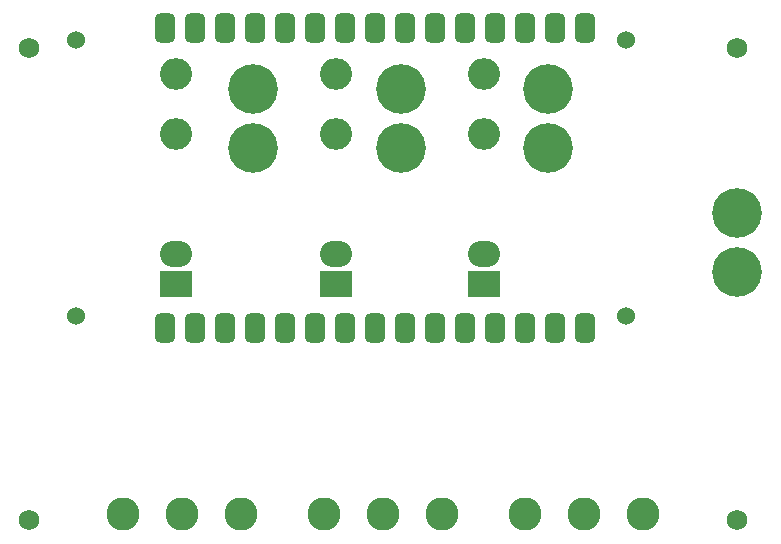
<source format=gbs>
G04*
G04 #@! TF.GenerationSoftware,Altium Limited,CircuitMaker,2.2.0 (2.2.0.5)*
G04*
G04 Layer_Color=8150272*
%FSLAX25Y25*%
%MOIN*%
G70*
G04*
G04 #@! TF.SameCoordinates,81B0039B-3CC0-4BB0-BBFD-AD45440123D6*
G04*
G04*
G04 #@! TF.FilePolarity,Negative*
G04*
G01*
G75*
%ADD19R,0.10642X0.08674*%
%ADD20O,0.10642X0.08674*%
%ADD21O,0.10642X0.10642*%
G04:AMPARAMS|DCode=22|XSize=68mil|YSize=98mil|CornerRadius=19mil|HoleSize=0mil|Usage=FLASHONLY|Rotation=0.000|XOffset=0mil|YOffset=0mil|HoleType=Round|Shape=RoundedRectangle|*
%AMROUNDEDRECTD22*
21,1,0.06800,0.06000,0,0,0.0*
21,1,0.03000,0.09800,0,0,0.0*
1,1,0.03800,0.01500,-0.03000*
1,1,0.03800,-0.01500,-0.03000*
1,1,0.03800,-0.01500,0.03000*
1,1,0.03800,0.01500,0.03000*
%
%ADD22ROUNDEDRECTD22*%
%ADD23C,0.06000*%
%ADD24C,0.16548*%
%ADD25C,0.11036*%
%ADD26C,0.06800*%
D19*
X269685Y216535D02*
D03*
X167323D02*
D03*
X220472D02*
D03*
D20*
X269685Y226535D02*
D03*
X167323D02*
D03*
X220472D02*
D03*
D21*
X269685Y266535D02*
D03*
Y286535D02*
D03*
X167323Y266535D02*
D03*
Y286535D02*
D03*
X220472Y266535D02*
D03*
Y286535D02*
D03*
D22*
X303386Y301969D02*
D03*
X293386D02*
D03*
X283386D02*
D03*
X273386D02*
D03*
X263386D02*
D03*
X253386D02*
D03*
X243386D02*
D03*
X233386D02*
D03*
X223386D02*
D03*
X213386D02*
D03*
X203386D02*
D03*
X193386D02*
D03*
X183386D02*
D03*
X163386D02*
D03*
X303386Y201969D02*
D03*
X293386D02*
D03*
X283386D02*
D03*
X273386D02*
D03*
X263386D02*
D03*
X253386D02*
D03*
X243386D02*
D03*
X233386D02*
D03*
X223386D02*
D03*
X213386D02*
D03*
X203386D02*
D03*
X193386D02*
D03*
X183386D02*
D03*
X173386D02*
D03*
X163386D02*
D03*
X173386Y301969D02*
D03*
D23*
X133858Y297953D02*
D03*
Y205984D02*
D03*
X317165D02*
D03*
Y297953D02*
D03*
D24*
X354331Y220472D02*
D03*
Y240158D02*
D03*
X291339Y281496D02*
D03*
Y261811D02*
D03*
X242126Y281496D02*
D03*
Y261811D02*
D03*
X192913Y281496D02*
D03*
Y261811D02*
D03*
D25*
X322835Y139764D02*
D03*
X303150D02*
D03*
X283465D02*
D03*
X188976D02*
D03*
X169291D02*
D03*
X149606D02*
D03*
X255906D02*
D03*
X236221D02*
D03*
X216535D02*
D03*
D26*
X118110Y295276D02*
D03*
Y137795D02*
D03*
X354331D02*
D03*
Y295276D02*
D03*
M02*

</source>
